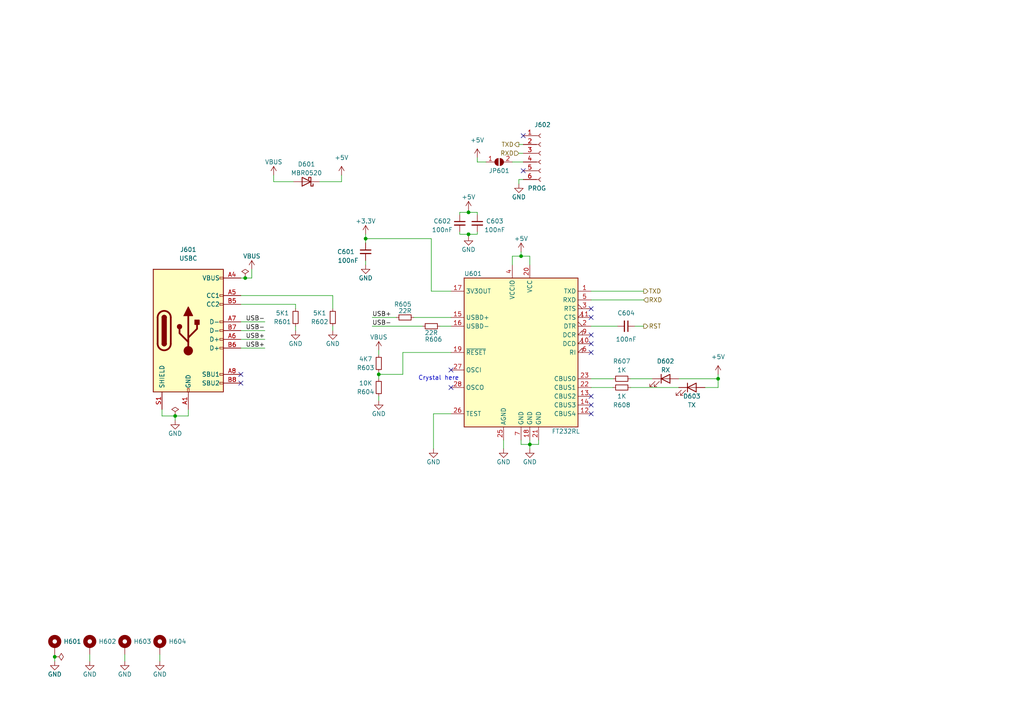
<source format=kicad_sch>
(kicad_sch (version 20211123) (generator eeschema)
  (paper "A4")
  (title_block (title "Inverted Pendulum Controller") (date "${ISSUE}") (rev "${REVISION}") (company "SNHU") (comment 4 "Release: ${FULL_REVISION}"))
  (lib_symbols
    (symbol "+5V_1" (power) (pin_names (offset 0))
      (property "Value" "+5V_1" (at 0 3.556 0))
      (symbol "+5V_1_0_1"
        (polyline (pts (xy -0.762 1.27) (xy 0 2.54)))
        (polyline (pts (xy 0 0) (xy 0 2.54)))
        (polyline (pts (xy 0 2.54) (xy 0.762 1.27)))
      )
      (symbol "+5V_1_1_1"
        (pin power_in line (at 0 0 90) (length 0) hide (name "+5V") (number "1"))
      )
    )
    (symbol "+5V_2" (power) (pin_names (offset 0))
      (property "Value" "+5V_2" (at 0 3.556 0))
      (symbol "+5V_2_0_1"
        (polyline (pts (xy -0.762 1.27) (xy 0 2.54)))
        (polyline (pts (xy 0 0) (xy 0 2.54)))
        (polyline (pts (xy 0 2.54) (xy 0.762 1.27)))
      )
      (symbol "+5V_2_1_1"
        (pin power_in line (at 0 0 90) (length 0) hide (name "+5V") (number "1"))
      )
    )
    (symbol "+5V_3" (power) (pin_names (offset 0))
      (property "Value" "+5V_3" (at 0 3.556 0))
      (symbol "+5V_3_0_1"
        (polyline (pts (xy -0.762 1.27) (xy 0 2.54)))
        (polyline (pts (xy 0 0) (xy 0 2.54)))
        (polyline (pts (xy 0 2.54) (xy 0.762 1.27)))
      )
      (symbol "+5V_3_1_1"
        (pin power_in line (at 0 0 90) (length 0) hide (name "+5V") (number "1"))
      )
    )
    (symbol "Connector:Conn_01x06_Female" (pin_names (offset 1.016) hide)
      (property "Reference" "J" (at 0 7.62 0))
      (property "Value" "Conn_01x06_Female" (at 0 -10.16 0))
      (symbol "Conn_01x06_Female_1_1"
        (arc (start 0 -7.112) (mid -0.508 -7.62) (end 0 -8.128) (stroke (width 0.1524)))
        (arc (start 0 -4.572) (mid -0.508 -5.08) (end 0 -5.588) (stroke (width 0.1524)))
        (arc (start 0 -2.032) (mid -0.508 -2.54) (end 0 -3.048) (stroke (width 0.1524)))
        (polyline (pts (xy -1.27 -7.62) (xy -0.508 -7.62)) (stroke (width 0.1524)))
        (polyline (pts (xy -1.27 -5.08) (xy -0.508 -5.08)) (stroke (width 0.1524)))
        (polyline (pts (xy -1.27 -2.54) (xy -0.508 -2.54)) (stroke (width 0.1524)))
        (polyline (pts (xy -1.27 0) (xy -0.508 0)) (stroke (width 0.1524)))
        (polyline (pts (xy -1.27 2.54) (xy -0.508 2.54)) (stroke (width 0.1524)))
        (polyline (pts (xy -1.27 5.08) (xy -0.508 5.08)) (stroke (width 0.1524)))
        (arc (start 0 0.508) (mid -0.508 0) (end 0 -0.508) (stroke (width 0.1524)))
        (arc (start 0 3.048) (mid -0.508 2.54) (end 0 2.032) (stroke (width 0.1524)))
        (arc (start 0 5.588) (mid -0.508 5.08) (end 0 4.572) (stroke (width 0.1524)))
        (pin passive line (at -5.08 5.08 0) (length 3.81) (name "Pin_1") (number "1"))
        (pin passive line (at -5.08 2.54 0) (length 3.81) (name "Pin_2") (number "2"))
        (pin passive line (at -5.08 0 0) (length 3.81) (name "Pin_3") (number "3"))
        (pin passive line (at -5.08 -2.54 0) (length 3.81) (name "Pin_4") (number "4"))
        (pin passive line (at -5.08 -5.08 0) (length 3.81) (name "Pin_5") (number "5"))
        (pin passive line (at -5.08 -7.62 0) (length 3.81) (name "Pin_6") (number "6"))
      )
    )
    (symbol "Connector:USB_C_Receptacle_USB2.0" (pin_names (offset 1.016))
      (property "Reference" "J" (at -10.16 19.05 0))
      (property "Value" "USB_C_Receptacle_USB2.0" (at 19.05 19.05 0))
      (symbol "USB_C_Receptacle_USB2.0_0_0"
        (rectangle (start -0.254 -17.78) (end 0.254 -16.764))
        (rectangle (start 10.16 -14.986) (end 9.144 -15.494))
        (rectangle (start 10.16 -12.446) (end 9.144 -12.954))
        (rectangle (start 10.16 -4.826) (end 9.144 -5.334))
        (rectangle (start 10.16 -2.286) (end 9.144 -2.794))
        (rectangle (start 10.16 0.254) (end 9.144 -0.254))
        (rectangle (start 10.16 2.794) (end 9.144 2.286))
        (rectangle (start 10.16 7.874) (end 9.144 7.366))
        (rectangle (start 10.16 10.414) (end 9.144 9.906))
        (rectangle (start 10.16 15.494) (end 9.144 14.986))
      )
      (symbol "USB_C_Receptacle_USB2.0_0_1"
        (rectangle (start -10.16 17.78) (end 10.16 -17.78) (stroke (width 0.254)) (fill (type background)))
        (arc (start -8.89 -3.81) (mid -6.985 -5.715) (end -5.08 -3.81) (stroke (width 0.508)))
        (arc (start -7.62 -3.81) (mid -6.985 -4.445) (end -6.35 -3.81) (stroke (width 0.254)))
        (arc (start -7.62 -3.81) (mid -6.985 -4.445) (end -6.35 -3.81) (stroke (width 0.254)) (fill (type outline)))
        (rectangle (start -7.62 -3.81) (end -6.35 3.81) (stroke (width 0.254)) (fill (type outline)))
        (arc (start -6.35 3.81) (mid -6.985 4.445) (end -7.62 3.81) (stroke (width 0.254)))
        (arc (start -6.35 3.81) (mid -6.985 4.445) (end -7.62 3.81) (stroke (width 0.254)) (fill (type outline)))
        (arc (start -5.08 3.81) (mid -6.985 5.715) (end -8.89 3.81) (stroke (width 0.508)))
        (circle (center -2.54 1.143) (radius 0.635) (stroke (width 0.254)) (fill (type outline)))
        (circle (center 0 -5.842) (radius 1.27) (fill (type outline)))
        (polyline (pts (xy -8.89 -3.81) (xy -8.89 3.81)) (stroke (width 0.508)))
        (polyline (pts (xy -5.08 3.81) (xy -5.08 -3.81)) (stroke (width 0.508)))
        (polyline (pts (xy 0 -5.842) (xy 0 4.318)) (stroke (width 0.508)))
        (polyline (pts (xy 0 -3.302) (xy -2.54 -0.762) (xy -2.54 0.508)) (stroke (width 0.508)))
        (polyline (pts (xy 0 -2.032) (xy 2.54 0.508) (xy 2.54 1.778)) (stroke (width 0.508)))
        (polyline (pts (xy -1.27 4.318) (xy 0 6.858) (xy 1.27 4.318) (xy -1.27 4.318)) (stroke (width 0.254)) (fill (type outline)))
        (rectangle (start 1.905 1.778) (end 3.175 3.048) (stroke (width 0.254)) (fill (type outline)))
      )
      (symbol "USB_C_Receptacle_USB2.0_1_1"
        (pin passive line (at 0 -22.86 90) (length 5.08) (name "GND") (number "A1"))
        (pin passive line (at 0 -22.86 90) (length 5.08) hide (name "GND") (number "A12"))
        (pin passive line (at 15.24 15.24 180) (length 5.08) (name "VBUS") (number "A4"))
        (pin bidirectional line (at 15.24 10.16 180) (length 5.08) (name "CC1") (number "A5"))
        (pin bidirectional line (at 15.24 -2.54 180) (length 5.08) (name "D+") (number "A6"))
        (pin bidirectional line (at 15.24 2.54 180) (length 5.08) (name "D-") (number "A7"))
        (pin bidirectional line (at 15.24 -12.7 180) (length 5.08) (name "SBU1") (number "A8"))
        (pin passive line (at 15.24 15.24 180) (length 5.08) hide (name "VBUS") (number "A9"))
        (pin passive line (at 0 -22.86 90) (length 5.08) hide (name "GND") (number "B1"))
        (pin passive line (at 0 -22.86 90) (length 5.08) hide (name "GND") (number "B12"))
        (pin passive line (at 15.24 15.24 180) (length 5.08) hide (name "VBUS") (number "B4"))
        (pin bidirectional line (at 15.24 7.62 180) (length 5.08) (name "CC2") (number "B5"))
        (pin bidirectional line (at 15.24 -5.08 180) (length 5.08) (name "D+") (number "B6"))
        (pin bidirectional line (at 15.24 0 180) (length 5.08) (name "D-") (number "B7"))
        (pin bidirectional line (at 15.24 -15.24 180) (length 5.08) (name "SBU2") (number "B8"))
        (pin passive line (at 15.24 15.24 180) (length 5.08) hide (name "VBUS") (number "B9"))
        (pin passive line (at -7.62 -22.86 90) (length 5.08) (name "SHIELD") (number "S1"))
      )
    )
    (symbol "Device:C_Small" (pin_numbers hide) (pin_names (offset 0.254) hide)
      (property "Reference" "C" (at 0.254 1.778 0))
      (property "Value" "C_Small" (at 0.254 -2.032 0))
      (symbol "C_Small_0_1"
        (polyline (pts (xy -1.524 -0.508) (xy 1.524 -0.508)) (stroke (width 0.3302)))
        (polyline (pts (xy -1.524 0.508) (xy 1.524 0.508)) (stroke (width 0.3048)))
      )
      (symbol "C_Small_1_1"
        (pin passive line (at 0 2.54 270) (length 2.032) (name "~") (number "1"))
        (pin passive line (at 0 -2.54 90) (length 2.032) (name "~") (number "2"))
      )
    )
    (symbol "Device:LED" (pin_numbers hide) (pin_names (offset 1.016) hide)
      (property "Reference" "D" (at 0 2.54 0))
      (property "Value" "LED" (at 0 -2.54 0))
      (symbol "LED_0_1"
        (polyline (pts (xy -1.27 -1.27) (xy -1.27 1.27)) (stroke (width 0.254)))
        (polyline (pts (xy -1.27 0) (xy 1.27 0)))
        (polyline (pts (xy 1.27 -1.27) (xy 1.27 1.27) (xy -1.27 0) (xy 1.27 -1.27)) (stroke (width 0.254)))
        (polyline (pts (xy -3.048 -0.762) (xy -4.572 -2.286) (xy -3.81 -2.286) (xy -4.572 -2.286) (xy -4.572 -1.524)))
        (polyline (pts (xy -1.778 -0.762) (xy -3.302 -2.286) (xy -2.54 -2.286) (xy -3.302 -2.286) (xy -3.302 -1.524)))
      )
      (symbol "LED_1_1"
        (pin passive line (at -3.81 0 0) (length 2.54) (name "K") (number "1"))
        (pin passive line (at 3.81 0 180) (length 2.54) (name "A") (number "2"))
      )
    )
    (symbol "Device:R_Small" (pin_numbers hide) (pin_names (offset 0.254) hide)
      (property "Reference" "R" (at 0.762 0.508 0))
      (property "Value" "R_Small" (at 0.762 -1.016 0))
      (symbol "R_Small_0_1"
        (rectangle (start -0.762 1.778) (end 0.762 -1.778) (stroke (width 0.2032)))
      )
      (symbol "R_Small_1_1"
        (pin passive line (at 0 2.54 270) (length 0.762) (name "~") (number "1"))
        (pin passive line (at 0 -2.54 90) (length 0.762) (name "~") (number "2"))
      )
    )
    (symbol "Diode:MBR0520" (pin_numbers hide) (pin_names (offset 1.016) hide)
      (property "Reference" "D" (at 0 2.54 0))
      (property "Value" "MBR0520" (at 0 -2.54 0))
      (symbol "MBR0520_0_1"
        (polyline (pts (xy 1.27 0) (xy -1.27 0)))
        (polyline (pts (xy 1.27 1.27) (xy 1.27 -1.27) (xy -1.27 0) (xy 1.27 1.27)) (stroke (width 0.254)))
        (polyline (pts (xy -1.905 0.635) (xy -1.905 1.27) (xy -1.27 1.27) (xy -1.27 -1.27) (xy -0.635 -1.27) (xy -0.635 -0.635)) (stroke (width 0.254)))
      )
      (symbol "MBR0520_1_1"
        (pin passive line (at -3.81 0 0) (length 2.54) (name "K") (number "1"))
        (pin passive line (at 3.81 0 180) (length 2.54) (name "A") (number "2"))
      )
    )
    (symbol "GND_1" (power) (pin_names (offset 0))
      (property "Value" "GND_1" (at 0 -3.81 0))
      (symbol "GND_1_0_1"
        (polyline (pts (xy 0 0) (xy 0 -1.27) (xy 1.27 -1.27) (xy 0 -2.54) (xy -1.27 -1.27) (xy 0 -1.27)))
      )
      (symbol "GND_1_1_1"
        (pin power_in line (at 0 0 270) (length 0) hide (name "GND") (number "1"))
      )
    )
    (symbol "GND_2" (power) (pin_names (offset 0))
      (property "Value" "GND_2" (at 0 -3.81 0))
      (symbol "GND_2_0_1"
        (polyline (pts (xy 0 0) (xy 0 -1.27) (xy 1.27 -1.27) (xy 0 -2.54) (xy -1.27 -1.27) (xy 0 -1.27)))
      )
      (symbol "GND_2_1_1"
        (pin power_in line (at 0 0 270) (length 0) hide (name "GND") (number "1"))
      )
    )
    (symbol "GND_3" (power) (pin_names (offset 0))
      (property "Value" "GND_3" (at 0 -3.81 0))
      (symbol "GND_3_0_1"
        (polyline (pts (xy 0 0) (xy 0 -1.27) (xy 1.27 -1.27) (xy 0 -2.54) (xy -1.27 -1.27) (xy 0 -1.27)))
      )
      (symbol "GND_3_1_1"
        (pin power_in line (at 0 0 270) (length 0) hide (name "GND") (number "1"))
      )
    )
    (symbol "GND_4" (power) (pin_names (offset 0))
      (property "Value" "GND_4" (at 0 -3.81 0))
      (symbol "GND_4_0_1"
        (polyline (pts (xy 0 0) (xy 0 -1.27) (xy 1.27 -1.27) (xy 0 -2.54) (xy -1.27 -1.27) (xy 0 -1.27)))
      )
      (symbol "GND_4_1_1"
        (pin power_in line (at 0 0 270) (length 0) hide (name "GND") (number "1"))
      )
    )
    (symbol "GND_5" (power) (pin_names (offset 0))
      (property "Value" "GND_5" (at 0 -3.81 0))
      (symbol "GND_5_0_1"
        (polyline (pts (xy 0 0) (xy 0 -1.27) (xy 1.27 -1.27) (xy 0 -2.54) (xy -1.27 -1.27) (xy 0 -1.27)))
      )
      (symbol "GND_5_1_1"
        (pin power_in line (at 0 0 270) (length 0) hide (name "GND") (number "1"))
      )
    )
    (symbol "GND_6" (power) (pin_names (offset 0))
      (property "Value" "GND_6" (at 0 -3.81 0))
      (symbol "GND_6_0_1"
        (polyline (pts (xy 0 0) (xy 0 -1.27) (xy 1.27 -1.27) (xy 0 -2.54) (xy -1.27 -1.27) (xy 0 -1.27)))
      )
      (symbol "GND_6_1_1"
        (pin power_in line (at 0 0 270) (length 0) hide (name "GND") (number "1"))
      )
    )
    (symbol "GND_7" (power) (pin_names (offset 0))
      (property "Value" "GND_7" (at 0 -3.81 0))
      (symbol "GND_7_0_1"
        (polyline (pts (xy 0 0) (xy 0 -1.27) (xy 1.27 -1.27) (xy 0 -2.54) (xy -1.27 -1.27) (xy 0 -1.27)))
      )
      (symbol "GND_7_1_1"
        (pin power_in line (at 0 0 270) (length 0) hide (name "GND") (number "1"))
      )
    )
    (symbol "GND_8" (power) (pin_names (offset 0))
      (property "Value" "GND_8" (at 0 -3.81 0))
      (symbol "GND_8_0_1"
        (polyline (pts (xy 0 0) (xy 0 -1.27) (xy 1.27 -1.27) (xy 0 -2.54) (xy -1.27 -1.27) (xy 0 -1.27)))
      )
      (symbol "GND_8_1_1"
        (pin power_in line (at 0 0 270) (length 0) hide (name "GND") (number "1"))
      )
    )
    (symbol "GND_9" (power) (pin_names (offset 0))
      (property "Value" "GND_9" (at 0 -3.81 0))
      (symbol "GND_9_0_1"
        (polyline (pts (xy 0 0) (xy 0 -1.27) (xy 1.27 -1.27) (xy 0 -2.54) (xy -1.27 -1.27) (xy 0 -1.27)))
      )
      (symbol "GND_9_1_1"
        (pin power_in line (at 0 0 270) (length 0) hide (name "GND") (number "1"))
      )
    )
    (symbol "Interface_USB:FT232RL"
      (property "Reference" "U" (at -16.51 22.86 0))
      (property "Value" "FT232RL" (at 10.16 22.86 0))
      (symbol "FT232RL_0_1"
        (rectangle (start -16.51 21.59) (end 16.51 -21.59) (stroke (width 0.254)) (fill (type background)))
      )
      (symbol "FT232RL_1_1"
        (pin output line (at 20.32 17.78 180) (length 3.81) (name "TXD") (number "1"))
        (pin input input_low (at 20.32 2.54 180) (length 3.81) (name "DCD") (number "10"))
        (pin input input_low (at 20.32 10.16 180) (length 3.81) (name "CTS") (number "11"))
        (pin bidirectional line (at 20.32 -17.78 180) (length 3.81) (name "CBUS4") (number "12"))
        (pin bidirectional line (at 20.32 -12.7 180) (length 3.81) (name "CBUS2") (number "13"))
        (pin bidirectional line (at 20.32 -15.24 180) (length 3.81) (name "CBUS3") (number "14"))
        (pin bidirectional line (at -20.32 10.16 0) (length 3.81) (name "USBD+") (number "15"))
        (pin bidirectional line (at -20.32 7.62 0) (length 3.81) (name "USBD-") (number "16"))
        (pin power_out line (at -20.32 17.78 0) (length 3.81) (name "3V3OUT") (number "17"))
        (pin power_in line (at 2.54 -25.4 90) (length 3.81) (name "GND") (number "18"))
        (pin input line (at -20.32 0 0) (length 3.81) (name "~{RESET}") (number "19"))
        (pin output output_low (at 20.32 7.62 180) (length 3.81) (name "DTR") (number "2"))
        (pin power_in line (at 2.54 25.4 270) (length 3.81) (name "VCC") (number "20"))
        (pin power_in line (at 5.08 -25.4 90) (length 3.81) (name "GND") (number "21"))
        (pin bidirectional line (at 20.32 -10.16 180) (length 3.81) (name "CBUS1") (number "22"))
        (pin bidirectional line (at 20.32 -7.62 180) (length 3.81) (name "CBUS0") (number "23"))
        (pin power_in line (at -5.08 -25.4 90) (length 3.81) (name "AGND") (number "25"))
        (pin input line (at -20.32 -17.78 0) (length 3.81) (name "TEST") (number "26"))
        (pin input line (at -20.32 -5.08 0) (length 3.81) (name "OSCI") (number "27"))
        (pin output line (at -20.32 -10.16 0) (length 3.81) (name "OSCO") (number "28"))
        (pin output output_low (at 20.32 12.7 180) (length 3.81) (name "RTS") (number "3"))
        (pin power_in line (at -2.54 25.4 270) (length 3.81) (name "VCCIO") (number "4"))
        (pin input line (at 20.32 15.24 180) (length 3.81) (name "RXD") (number "5"))
        (pin input input_low (at 20.32 0 180) (length 3.81) (name "RI") (number "6"))
        (pin power_in line (at 0 -25.4 90) (length 3.81) (name "GND") (number "7"))
        (pin input input_low (at 20.32 5.08 180) (length 3.81) (name "DCR") (number "9"))
      )
    )
    (symbol "Jumper:SolderJumper_2_Open" (pin_names (offset 0) hide)
      (property "Reference" "JP" (at 0 2.032 0))
      (property "Value" "SolderJumper_2_Open" (at 0 -2.54 0))
      (symbol "SolderJumper_2_Open_0_1"
        (arc (start -0.254 1.016) (mid -1.27 0) (end -0.254 -1.016))
        (arc (start -0.254 1.016) (mid -1.27 0) (end -0.254 -1.016) (fill (type outline)))
        (polyline (pts (xy -0.254 1.016) (xy -0.254 -1.016)))
        (polyline (pts (xy 0.254 1.016) (xy 0.254 -1.016)))
        (arc (start 0.254 -1.016) (mid 1.27 0) (end 0.254 1.016))
        (arc (start 0.254 -1.016) (mid 1.27 0) (end 0.254 1.016) (fill (type outline)))
      )
      (symbol "SolderJumper_2_Open_1_1"
        (pin passive line (at -3.81 0 0) (length 2.54) (name "A") (number "1"))
        (pin passive line (at 3.81 0 180) (length 2.54) (name "B") (number "2"))
      )
    )
    (symbol "Mechanical:MountingHole_Pad" (pin_numbers hide) (pin_names (offset 1.016) hide)
      (property "Reference" "H" (at 0 6.35 0))
      (property "Value" "MountingHole_Pad" (at 0 4.445 0))
      (symbol "MountingHole_Pad_0_1"
        (circle (center 0 1.27) (radius 1.27) (stroke (width 1.27)))
      )
      (symbol "MountingHole_Pad_1_1"
        (pin input line (at 0 -2.54 90) (length 2.54) (name "1") (number "1"))
      )
    )
    (symbol "PWR_FLAG_1" (power) (pin_numbers hide) (pin_names (offset 0) hide)
      (property "Value" "PWR_FLAG_1" (at 0 3.81 0))
      (symbol "PWR_FLAG_1_0_0"
        (pin power_out line (at 0 0 90) (length 0) (name "pwr") (number "1"))
      )
      (symbol "PWR_FLAG_1_0_1"
        (polyline (pts (xy 0 0) (xy 0 1.27) (xy -1.016 1.905) (xy 0 2.54) (xy 1.016 1.905) (xy 0 1.27)))
      )
    )
    (symbol "VBUS_1" (power) (pin_names (offset 0))
      (property "Value" "VBUS_1" (at 0 3.81 0))
      (symbol "VBUS_1_0_1"
        (polyline (pts (xy -0.762 1.27) (xy 0 2.54)))
        (polyline (pts (xy 0 0) (xy 0 2.54)))
        (polyline (pts (xy 0 2.54) (xy 0.762 1.27)))
      )
      (symbol "VBUS_1_1_1"
        (pin power_in line (at 0 0 90) (length 0) hide (name "VBUS") (number "1"))
      )
    )
    (symbol "power:+3.3V" (power) (pin_names (offset 0))
      (property "Value" "+3.3V" (at 0 3.556 0))
      (symbol "+3.3V_0_1"
        (polyline (pts (xy -0.762 1.27) (xy 0 2.54)))
        (polyline (pts (xy 0 0) (xy 0 2.54)))
        (polyline (pts (xy 0 2.54) (xy 0.762 1.27)))
      )
      (symbol "+3.3V_1_1"
        (pin power_in line (at 0 0 90) (length 0) hide (name "+3.3V") (number "1"))
      )
    )
    (symbol "power:+5V" (power) (pin_names (offset 0))
      (property "Value" "+5V" (at 0 3.556 0))
      (symbol "+5V_0_1"
        (polyline (pts (xy -0.762 1.27) (xy 0 2.54)))
        (polyline (pts (xy 0 0) (xy 0 2.54)))
        (polyline (pts (xy 0 2.54) (xy 0.762 1.27)))
      )
      (symbol "+5V_1_1"
        (pin power_in line (at 0 0 90) (length 0) hide (name "+5V") (number "1"))
      )
    )
    (symbol "power:GND" (power) (pin_names (offset 0))
      (property "Value" "GND" (at 0 -3.81 0))
      (symbol "GND_0_1"
        (polyline (pts (xy 0 0) (xy 0 -1.27) (xy 1.27 -1.27) (xy 0 -2.54) (xy -1.27 -1.27) (xy 0 -1.27)))
      )
      (symbol "GND_1_1"
        (pin power_in line (at 0 0 270) (length 0) hide (name "GND") (number "1"))
      )
    )
    (symbol "power:PWR_FLAG" (power) (pin_numbers hide) (pin_names (offset 0) hide)
      (property "Value" "PWR_FLAG" (at 0 3.81 0))
      (symbol "PWR_FLAG_0_0"
        (pin power_out line (at 0 0 90) (length 0) (name "pwr") (number "1"))
      )
      (symbol "PWR_FLAG_0_1"
        (polyline (pts (xy 0 0) (xy 0 1.27) (xy -1.016 1.905) (xy 0 2.54) (xy 1.016 1.905) (xy 0 1.27)))
      )
    )
    (symbol "power:VBUS" (power) (pin_names (offset 0))
      (property "Value" "VBUS" (at 0 3.81 0))
      (symbol "VBUS_0_1"
        (polyline (pts (xy -0.762 1.27) (xy 0 2.54)))
        (polyline (pts (xy 0 0) (xy 0 2.54)))
        (polyline (pts (xy 0 2.54) (xy 0.762 1.27)))
      )
      (symbol "VBUS_1_1"
        (pin power_in line (at 0 0 90) (length 0) hide (name "VBUS") (number "1"))
      )
    )
  )
  (junction (at 153.67 128.905))
  (junction (at 106.045 69.215))
  (junction (at 135.89 61.595))
  (junction (at 109.855 108.585))
  (junction (at 208.28 109.855))
  (junction (at 50.8 120.65))
  (junction (at 15.875 190.5))
  (junction (at 71.12 80.645))
  (junction (at 135.89 67.945))
  (junction (at 151.13 74.295))
  (no_connect (at 151.765 49.53))
  (no_connect (at 69.85 111.125))
  (no_connect (at 130.81 107.315))
  (no_connect (at 171.45 92.075))
  (no_connect (at 171.45 102.235))
  (no_connect (at 171.45 99.695))
  (no_connect (at 171.45 97.155))
  (no_connect (at 69.85 108.585))
  (no_connect (at 171.45 114.935))
  (no_connect (at 171.45 89.535))
  (no_connect (at 171.45 120.015))
  (no_connect (at 151.765 39.37))
  (no_connect (at 171.45 117.475))
  (no_connect (at 130.81 112.395))
  (wire (pts (xy 133.35 67.945) (xy 135.89 67.945)))
  (wire (pts (xy 96.52 95.885) (xy 96.52 94.615)))
  (wire (pts (xy 85.725 95.885) (xy 85.725 94.615)))
  (wire (pts (xy 69.85 100.965) (xy 76.835 100.965)))
  (wire (pts (xy 106.045 69.215) (xy 106.045 70.485)))
  (wire (pts (xy 85.725 88.265) (xy 85.725 89.535)))
  (wire (pts (xy 26.035 189.865) (xy 26.035 191.77)))
  (wire (pts (xy 125.73 120.015) (xy 125.73 130.175)))
  (wire (pts (xy 150.495 52.07) (xy 151.765 52.07)))
  (wire (pts (xy 79.375 52.705) (xy 85.09 52.705)))
  (wire (pts (xy 54.61 120.65) (xy 54.61 118.745)))
  (wire (pts (xy 150.495 53.34) (xy 150.495 52.07)))
  (wire (pts (xy 151.13 74.295) (xy 148.59 74.295)))
  (wire (pts (xy 171.45 109.855) (xy 177.8 109.855)))
  (wire (pts (xy 148.59 74.295) (xy 148.59 76.835)))
  (wire (pts (xy 69.85 85.725) (xy 96.52 85.725)))
  (wire (pts (xy 186.69 84.455) (xy 171.45 84.455)))
  (wire (pts (xy 99.06 52.705) (xy 99.06 50.8)))
  (wire (pts (xy 50.8 120.65) (xy 54.61 120.65)))
  (wire (pts (xy 106.045 69.215) (xy 125.095 69.215)))
  (wire (pts (xy 109.855 108.585) (xy 116.84 108.585)))
  (wire (pts (xy 69.85 88.265) (xy 85.725 88.265)))
  (wire (pts (xy 15.875 190.5) (xy 15.875 191.77)))
  (wire (pts (xy 151.13 127.635) (xy 151.13 128.905)))
  (wire (pts (xy 96.52 85.725) (xy 96.52 89.535)))
  (wire (pts (xy 109.855 107.95) (xy 109.855 108.585)))
  (wire (pts (xy 133.35 61.595) (xy 135.89 61.595)))
  (wire (pts (xy 208.28 109.855) (xy 196.85 109.855)))
  (wire (pts (xy 73.025 80.645) (xy 73.025 78.105)))
  (wire (pts (xy 79.375 50.8) (xy 79.375 52.705)))
  (wire (pts (xy 135.89 67.945) (xy 138.43 67.945)))
  (wire (pts (xy 130.81 120.015) (xy 125.73 120.015)))
  (wire (pts (xy 150.495 41.91) (xy 151.765 41.91)))
  (wire (pts (xy 109.855 114.935) (xy 109.855 116.205)))
  (wire (pts (xy 125.095 69.215) (xy 125.095 84.455)))
  (wire (pts (xy 109.855 108.585) (xy 109.855 109.855)))
  (wire (pts (xy 106.045 69.215) (xy 106.045 67.945)))
  (wire (pts (xy 138.43 67.945) (xy 138.43 67.31)))
  (wire (pts (xy 151.13 74.295) (xy 153.67 74.295)))
  (wire (pts (xy 138.43 46.99) (xy 140.97 46.99)))
  (wire (pts (xy 107.95 92.075) (xy 114.935 92.075)))
  (wire (pts (xy 156.21 128.905) (xy 153.67 128.905)))
  (wire (pts (xy 15.875 189.865) (xy 15.875 190.5)))
  (wire (pts (xy 150.495 44.45) (xy 151.765 44.45)))
  (wire (pts (xy 156.21 127.635) (xy 156.21 128.905)))
  (wire (pts (xy 153.67 127.635) (xy 153.67 128.905)))
  (wire (pts (xy 182.88 109.855) (xy 189.23 109.855)))
  (wire (pts (xy 133.35 62.23) (xy 133.35 61.595)))
  (wire (pts (xy 92.71 52.705) (xy 99.06 52.705)))
  (wire (pts (xy 46.99 120.65) (xy 50.8 120.65)))
  (wire (pts (xy 153.67 128.905) (xy 153.67 130.175)))
  (wire (pts (xy 138.43 61.595) (xy 138.43 62.23)))
  (wire (pts (xy 135.89 61.595) (xy 135.89 60.96)))
  (wire (pts (xy 71.12 80.645) (xy 73.025 80.645)))
  (wire (pts (xy 125.095 84.455) (xy 130.81 84.455)))
  (wire (pts (xy 106.045 75.565) (xy 106.045 76.835)))
  (wire (pts (xy 208.28 108.585) (xy 208.28 109.855)))
  (wire (pts (xy 151.13 73.025) (xy 151.13 74.295)))
  (wire (pts (xy 69.85 80.645) (xy 71.12 80.645)))
  (wire (pts (xy 171.45 94.615) (xy 179.07 94.615)))
  (wire (pts (xy 69.85 98.425) (xy 76.835 98.425)))
  (wire (pts (xy 50.8 120.65) (xy 50.8 121.92)))
  (wire (pts (xy 138.43 45.72) (xy 138.43 46.99)))
  (wire (pts (xy 153.67 74.295) (xy 153.67 76.835)))
  (wire (pts (xy 171.45 112.395) (xy 177.8 112.395)))
  (wire (pts (xy 135.89 67.945) (xy 135.89 68.58)))
  (wire (pts (xy 46.99 118.745) (xy 46.99 120.65)))
  (wire (pts (xy 116.84 108.585) (xy 116.84 102.235)))
  (wire (pts (xy 116.84 102.235) (xy 130.81 102.235)))
  (wire (pts (xy 107.95 94.615) (xy 122.555 94.615)))
  (wire (pts (xy 148.59 46.99) (xy 151.765 46.99)))
  (wire (pts (xy 46.355 189.865) (xy 46.355 191.77)))
  (wire (pts (xy 151.13 128.905) (xy 153.67 128.905)))
  (wire (pts (xy 69.85 95.885) (xy 76.835 95.885)))
  (wire (pts (xy 69.85 93.345) (xy 76.835 93.345)))
  (wire (pts (xy 120.015 92.075) (xy 130.81 92.075)))
  (wire (pts (xy 182.88 112.395) (xy 196.85 112.395)))
  (wire (pts (xy 135.89 61.595) (xy 138.43 61.595)))
  (wire (pts (xy 208.28 112.395) (xy 208.28 109.855)))
  (wire (pts (xy 186.69 86.995) (xy 171.45 86.995)))
  (wire (pts (xy 146.05 127.635) (xy 146.05 130.175)))
  (wire (pts (xy 109.855 101.6) (xy 109.855 102.87)))
  (wire (pts (xy 127.635 94.615) (xy 130.81 94.615)))
  (wire (pts (xy 186.69 94.615) (xy 184.15 94.615)))
  (wire (pts (xy 36.195 189.865) (xy 36.195 191.77)))
  (wire (pts (xy 204.47 112.395) (xy 208.28 112.395)))
  (wire (pts (xy 133.35 67.31) (xy 133.35 67.945)))
  (text "Crystal here" (at 121.285 110.49 0) (effects (font (size 1.27 1.27)) (justify left bottom)))
  (label "USB+" (at 76.835 100.965 180))
  (label "USB+" (at 76.835 98.425 180))
  (label "USB-" (at 76.835 95.885 180))
  (label "USB+" (at 107.95 92.075 0))
  (label "USB-" (at 76.835 93.345 180))
  (label "USB-" (at 107.95 94.615 0))
  (hierarchical_label "TXD" (shape output) (at 150.495 41.91 180))
  (hierarchical_label "RXD" (shape input) (at 150.495 44.45 180))
  (hierarchical_label "RXD" (shape input) (at 186.69 86.995 0))
  (hierarchical_label "TXD" (shape output) (at 186.69 84.455 0))
  (hierarchical_label "RST" (shape output) (at 186.69 94.615 0))
  (symbol (lib_name "GND_6") (lib_id "power:GND") (at 146.05 130.175 0) (unit 1)
    (property "Reference" "#PWR0619" (effects hide))
    (property "Value" "GND" (at 146.05 133.985 0))
  )
  (symbol (lib_id "power:+5V") (at 208.28 108.585 0) (unit 1)
    (property "Reference" "#PWR0623" (effects hide))
    (property "Value" "+5V" (at 208.28 103.505 0))
  )
  (symbol (lib_id "Mechanical:MountingHole_Pad") (at 46.355 187.325 0) (unit 1)
    (property "Reference" "H604" (at 48.895 186.055 0) (effects (justify left)))
    (property "Value" "MountingHole_Pad" (effects hide))
    (property "Footprint" "MountingHole:MountingHole_3mm_Pad" (effects hide))
  )
  (symbol (lib_name "GND_4") (lib_id "power:GND") (at 50.8 121.92 0) (unit 1)
    (property "Reference" "#PWR0605" (effects hide))
    (property "Value" "GND" (at 50.8 125.73 0))
  )
  (symbol (lib_id "Device:R_Small") (at 85.725 92.075 180) (unit 1)
    (property "Reference" "R601" (at 81.915 93.345 0))
    (property "Value" "5K1" (at 81.915 90.805 0))
    (property "Footprint" "Resistor_SMD:R_0805_2012Metric" (effects hide))
  )
  (symbol (lib_name "+5V_1") (lib_id "power:+5V") (at 151.13 73.025 0) (unit 1)
    (property "Reference" "#PWR0621" (effects hide))
    (property "Value" "+5V" (at 151.13 69.215 0))
  )
  (symbol (lib_id "Device:R_Small") (at 96.52 92.075 180) (unit 1)
    (property "Reference" "R602" (at 92.71 93.345 0))
    (property "Value" "5K1" (at 92.71 90.805 0))
    (property "Footprint" "Resistor_SMD:R_0805_2012Metric" (effects hide))
  )
  (symbol (lib_id "Diode:MBR0520") (at 88.9 52.705 180) (unit 1)
    (property "Reference" "D601" (at 88.9 47.625 0))
    (property "Value" "MBR0520" (at 88.9 50.165 0))
    (property "Footprint" "Diode_SMD:D_SOD-123" (effects hide))
    (property "Datasheet" "http://www.mccsemi.com/up_pdf/MBR0520~MBR0580(SOD123).pdf" (effects hide))
  )
  (symbol (lib_id "Device:C_Small") (at 181.61 94.615 270) (unit 1)
    (property "Reference" "C604" (at 181.61 90.805 90))
    (property "Value" "100nF" (at 181.61 98.425 90))
    (property "Footprint" "Capacitor_SMD:C_0805_2012Metric" (effects hide))
  )
  (symbol (lib_name "GND_4") (lib_id "power:GND") (at 46.355 191.77 0) (unit 1)
    (property "Reference" "#PWR0604" (effects hide))
    (property "Value" "GND" (at 46.355 195.58 0))
  )
  (symbol (lib_name "GND_8") (lib_id "power:GND") (at 106.045 76.835 0) (unit 1)
    (property "Reference" "#PWR0612" (effects hide))
    (property "Value" "GND" (at 106.045 80.645 0))
  )
  (symbol (lib_id "Device:R_Small") (at 109.855 105.41 180) (unit 1)
    (property "Reference" "R603" (at 106.045 106.68 0))
    (property "Value" "4K7" (at 106.045 104.14 0))
    (property "Footprint" "Resistor_SMD:R_0805_2012Metric" (effects hide))
  )
  (symbol (lib_id "Connector:Conn_01x06_Female") (at 156.845 44.45 0) (unit 1)
    (property "Reference" "J602" (at 154.94 36.195 0) (effects (justify left)))
    (property "Value" "PROG" (at 153.035 54.61 0) (effects (justify left)))
    (property "Footprint" "Connector_PinSocket_2.54mm:PinSocket_1x06_P2.54mm_Vertical" (effects hide))
  )
  (symbol (lib_name "VBUS_1") (lib_id "power:VBUS") (at 79.375 50.8 0) (unit 1)
    (property "Reference" "#PWR0607" (effects hide))
    (property "Value" "VBUS" (at 79.375 46.99 0))
  )
  (symbol (lib_id "Device:C_Small") (at 106.045 73.025 0) (unit 1)
    (property "Reference" "C601" (at 100.33 73.025 0))
    (property "Value" "100nF" (at 100.965 75.565 0))
    (property "Footprint" "Capacitor_SMD:C_0805_2012Metric" (effects hide))
  )
  (symbol (lib_name "GND_2") (lib_id "power:GND") (at 135.89 68.58 0) (unit 1)
    (property "Reference" "#PWR0617" (effects hide))
    (property "Value" "GND" (at 135.89 72.39 0))
  )
  (symbol (lib_id "Mechanical:MountingHole_Pad") (at 36.195 187.325 0) (unit 1)
    (property "Reference" "H603" (at 38.735 186.055 0) (effects (justify left)))
    (property "Value" "MountingHole_Pad" (effects hide))
    (property "Footprint" "MountingHole:MountingHole_3mm_Pad" (effects hide))
  )
  (symbol (lib_id "Mechanical:MountingHole_Pad") (at 26.035 187.325 0) (unit 1)
    (property "Reference" "H602" (at 28.575 186.055 0) (effects (justify left)))
    (property "Value" "MountingHole_Pad" (effects hide))
    (property "Footprint" "MountingHole:MountingHole_3mm_Pad" (effects hide))
  )
  (symbol (lib_id "power:GND") (at 125.73 130.175 0) (unit 1)
    (property "Reference" "#PWR0615" (effects hide))
    (property "Value" "GND" (at 125.73 133.985 0))
  )
  (symbol (lib_id "Device:R_Small") (at 180.34 112.395 270) (unit 1)
    (property "Reference" "R608" (at 180.34 117.475 90))
    (property "Value" "1K" (at 180.34 114.935 90))
    (property "Footprint" "Resistor_SMD:R_0805_2012Metric" (effects hide))
  )
  (symbol (lib_name "GND_4") (lib_id "power:GND") (at 36.195 191.77 0) (unit 1)
    (property "Reference" "#PWR0603" (effects hide))
    (property "Value" "GND" (at 36.195 195.58 0))
  )
  (symbol (lib_id "Device:R_Small") (at 109.855 112.395 180) (unit 1)
    (property "Reference" "R604" (at 106.045 113.665 0))
    (property "Value" "10K" (at 106.045 111.125 0))
    (property "Footprint" "Resistor_SMD:R_0805_2012Metric" (effects hide))
  )
  (symbol (lib_id "power:+3.3V") (at 106.045 67.945 0) (unit 1)
    (property "Reference" "#PWR0611" (effects hide))
    (property "Value" "+3.3V" (at 106.045 64.135 0))
  )
  (symbol (lib_name "GND_3") (lib_id "power:GND") (at 96.52 95.885 0) (unit 1)
    (property "Reference" "#PWR0609" (effects hide))
    (property "Value" "GND" (at 96.52 99.695 0))
  )
  (symbol (lib_name "GND_4") (lib_id "power:GND") (at 26.035 191.77 0) (unit 1)
    (property "Reference" "#PWR0602" (effects hide))
    (property "Value" "GND" (at 26.035 195.58 0))
  )
  (symbol (lib_id "Connector:USB_C_Receptacle_USB2.0") (at 54.61 95.885 0) (unit 1)
    (property "Reference" "J601" (at 54.61 72.39 0))
    (property "Value" "USBC" (at 54.61 74.93 0))
    (property "Footprint" "Connector_USB:USB_C_Receptacle_GCT_USB4115-03-C" (effects hide))
    (property "Datasheet" "https://www.usb.org/sites/default/files/documents/usb_type-c.zip" (effects hide))
  )
  (symbol (lib_name "GND_7") (lib_id "power:GND") (at 153.67 130.175 0) (unit 1)
    (property "Reference" "#PWR0622" (effects hide))
    (property "Value" "GND" (at 153.67 133.985 0))
  )
  (symbol (lib_id "Device:R_Small") (at 180.34 109.855 90) (unit 1)
    (property "Reference" "R607" (at 180.34 104.775 90))
    (property "Value" "1K" (at 180.34 107.315 90))
    (property "Footprint" "Resistor_SMD:R_0805_2012Metric" (effects hide))
  )
  (symbol (lib_name "+5V_3") (lib_id "power:+5V") (at 99.06 50.8 0) (unit 1)
    (property "Reference" "#PWR0610" (effects hide))
    (property "Value" "+5V" (at 99.06 45.72 0))
  )
  (symbol (lib_name "+5V_3") (lib_id "power:+5V") (at 138.43 45.72 0) (unit 1)
    (property "Reference" "#PWR0618" (effects hide))
    (property "Value" "+5V" (at 138.43 40.64 0))
  )
  (symbol (lib_id "Interface_USB:FT232RL") (at 151.13 102.235 0) (unit 1)
    (property "Reference" "U601" (at 134.62 79.375 0) (effects (justify left)))
    (property "Value" "FT232RL" (at 160.02 125.095 0) (effects (justify left)))
    (property "Footprint" "Package_SO:SSOP-28_5.3x10.2mm_P0.65mm" (effects hide))
    (property "Datasheet" "https://www.ftdichip.com/Support/Documents/DataSheets/ICs/DS_FT232R.pdf" (effects hide))
  )
  (symbol (lib_id "Device:C_Small") (at 138.43 64.77 0) (unit 1)
    (property "Reference" "C603" (at 143.51 64.135 0))
    (property "Value" "100nF" (at 143.51 66.675 0))
    (property "Footprint" "Capacitor_SMD:C_0805_2012Metric" (effects hide))
  )
  (symbol (lib_name "GND_1") (lib_id "power:GND") (at 150.495 53.34 0) (unit 1)
    (property "Reference" "#PWR0620" (effects hide))
    (property "Value" "GND" (at 150.495 57.15 0))
  )
  (symbol (lib_id "Mechanical:MountingHole_Pad") (at 15.875 187.325 0) (unit 1)
    (property "Reference" "H601" (at 18.415 186.055 0) (effects (justify left)))
    (property "Value" "MountingHole_Pad" (effects hide))
    (property "Footprint" "MountingHole:MountingHole_3mm_Pad" (effects hide))
  )
  (symbol (lib_name "+5V_2") (lib_id "power:+5V") (at 135.89 60.96 0) (unit 1)
    (property "Reference" "#PWR0616" (effects hide))
    (property "Value" "+5V" (at 135.89 57.15 0))
  )
  (symbol (lib_name "GND_9") (lib_id "power:GND") (at 109.855 116.205 0) (unit 1)
    (property "Reference" "#PWR0614" (effects hide))
    (property "Value" "GND" (at 109.855 120.015 0))
  )
  (symbol (lib_id "Device:R_Small") (at 117.475 92.075 90) (unit 1)
    (property "Reference" "R605" (at 116.84 88.265 90))
    (property "Value" "22R" (at 117.475 90.17 90))
    (property "Footprint" "Resistor_SMD:R_0805_2012Metric" (effects hide))
  )
  (symbol (lib_id "Device:LED") (at 193.04 109.855 0) (unit 1)
    (property "Reference" "D602" (at 193.04 104.775 0))
    (property "Value" "RX" (at 193.04 107.315 0))
    (property "Footprint" "LED_SMD:LED_0805_2012Metric" (effects hide))
  )
  (symbol (lib_id "Device:C_Small") (at 133.35 64.77 0) (unit 1)
    (property "Reference" "C602" (at 128.27 64.135 0))
    (property "Value" "100nF" (at 128.27 66.675 0))
    (property "Footprint" "Capacitor_SMD:C_0805_2012Metric" (effects hide))
  )
  (symbol (lib_id "power:PWR_FLAG") (at 50.8 120.65 0) (unit 1)
    (property "Reference" "#FLG0601" (effects hide))
    (property "Value" "PWR_FLAG" (effects hide))
  )
  (symbol (lib_id "power:VBUS") (at 109.855 101.6 0) (unit 1)
    (property "Reference" "#PWR0613" (effects hide))
    (property "Value" "VBUS" (at 109.855 97.79 0))
  )
  (symbol (lib_id "Device:LED") (at 200.66 112.395 0) (unit 1)
    (property "Reference" "D603" (at 200.66 114.935 0))
    (property "Value" "TX" (at 200.66 117.475 0))
    (property "Footprint" "LED_SMD:LED_0805_2012Metric" (effects hide))
  )
  (symbol (lib_name "GND_4") (lib_id "power:GND") (at 15.875 191.77 0) (unit 1)
    (property "Reference" "#PWR0601" (effects hide))
    (property "Value" "GND" (at 15.875 195.58 0))
  )
  (symbol (lib_name "VBUS_1") (lib_id "power:VBUS") (at 73.025 78.105 0) (unit 1)
    (property "Reference" "#PWR0606" (effects hide))
    (property "Value" "VBUS" (at 73.025 74.295 0))
  )
  (symbol (lib_name "PWR_FLAG_1") (lib_id "power:PWR_FLAG") (at 71.12 80.645 0) (unit 1)
    (property "Reference" "#FLG0602" (effects hide))
    (property "Value" "PWR_FLAG" (effects hide))
  )
  (symbol (lib_id "Device:R_Small") (at 125.095 94.615 270) (unit 1)
    (property "Reference" "R606" (at 125.73 98.425 90))
    (property "Value" "22R" (at 125.095 96.52 90))
    (property "Footprint" "Resistor_SMD:R_0805_2012Metric" (effects hide))
  )
  (symbol (lib_name "GND_5") (lib_id "power:GND") (at 85.725 95.885 0) (unit 1)
    (property "Reference" "#PWR0608" (effects hide))
    (property "Value" "GND" (at 85.725 99.695 0))
  )
  (symbol (lib_id "power:PWR_FLAG") (at 15.875 190.5 270) (unit 1)
    (property "Reference" "#FLG?" (effects hide))
    (property "Value" "PWR_FLAG" (effects hide))
  )
  (symbol (lib_id "Jumper:SolderJumper_2_Open") (at 144.78 46.99 0) (unit 1)
    (property "Reference" "JP601" (at 144.78 49.53 0))
    (property "Value" "SolderJumper_2_Open" (effects hide))
    (property "Footprint" "Jumper:SolderJumper-2_P1.3mm_Open_TrianglePad1.0x1.5mm" (effects hide))
  )
)
</source>
